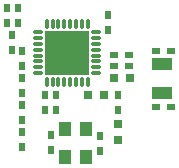
<source format=gtp>
%FSLAX24Y24*%
%MOIN*%
G70*
G01*
G75*
G04 Layer_Color=8421504*
%ADD10C,0.0080*%
%ADD11R,0.0300X0.0300*%
%ADD12R,0.0200X0.0250*%
%ADD13R,0.0300X0.0300*%
%ADD14R,0.0250X0.0200*%
%ADD15O,0.0118X0.0335*%
%ADD16O,0.0335X0.0118*%
%ADD17R,0.1457X0.1457*%
%ADD18R,0.0433X0.0472*%
%ADD19R,0.0709X0.0394*%
%ADD20C,0.0100*%
%ADD21C,0.0060*%
%ADD22C,0.0300*%
%ADD23C,0.0320*%
%ADD24C,0.0240*%
%ADD25C,0.0098*%
%ADD26C,0.0050*%
%ADD27C,0.0079*%
%ADD28C,0.0043*%
%ADD29C,0.0030*%
D11*
X3893Y2746D02*
D03*
X4433Y2746D02*
D03*
X5310Y3316D02*
D03*
X4770Y3316D02*
D03*
D12*
X4883Y2746D02*
D03*
X4883Y2246D02*
D03*
X4555Y5416D02*
D03*
X4555Y4916D02*
D03*
X2451Y2232D02*
D03*
X2451Y2732D02*
D03*
X1705Y2796D02*
D03*
X1705Y3296D02*
D03*
X1355Y4246D02*
D03*
X1355Y4746D02*
D03*
X1705Y3696D02*
D03*
X1705Y4196D02*
D03*
X1705Y996D02*
D03*
X1705Y1496D02*
D03*
X1705Y2396D02*
D03*
X1705Y1896D02*
D03*
X2831Y2226D02*
D03*
X2831Y2726D02*
D03*
X1205Y5146D02*
D03*
X1205Y5646D02*
D03*
X1555Y5146D02*
D03*
X1555Y5646D02*
D03*
X2670Y1393D02*
D03*
X2670Y893D02*
D03*
X4280Y883D02*
D03*
X4280Y1383D02*
D03*
D13*
X4883Y1226D02*
D03*
X4883Y1766D02*
D03*
D14*
X4761Y3716D02*
D03*
X5261Y3716D02*
D03*
X6651Y2336D02*
D03*
X6151Y2336D02*
D03*
X6161Y4216D02*
D03*
X6661Y4216D02*
D03*
X4761Y4056D02*
D03*
X5261Y4056D02*
D03*
D15*
X3894Y3181D02*
D03*
X3697Y3181D02*
D03*
X3500Y3181D02*
D03*
X3303Y3181D02*
D03*
X3107Y3181D02*
D03*
X2910Y3181D02*
D03*
X2713Y3181D02*
D03*
X2516Y3181D02*
D03*
X2516Y5111D02*
D03*
X2713Y5111D02*
D03*
X2910Y5111D02*
D03*
X3107Y5111D02*
D03*
X3303Y5111D02*
D03*
X3500Y5111D02*
D03*
X3697Y5111D02*
D03*
X3894Y5111D02*
D03*
D16*
X2240Y3457D02*
D03*
X2240Y3654D02*
D03*
X2240Y3851D02*
D03*
X2240Y4048D02*
D03*
X2240Y4244D02*
D03*
X2240Y4441D02*
D03*
X2240Y4638D02*
D03*
X2240Y4835D02*
D03*
X4170Y4835D02*
D03*
X4170Y4638D02*
D03*
X4170Y4441D02*
D03*
X4170Y4244D02*
D03*
X4170Y4048D02*
D03*
X4170Y3851D02*
D03*
X4170Y3654D02*
D03*
X4170Y3457D02*
D03*
D17*
X3205Y4146D02*
D03*
D18*
X3831Y1610D02*
D03*
X3131Y1610D02*
D03*
X3831Y670D02*
D03*
X3129Y670D02*
D03*
D19*
X6361Y3772D02*
D03*
X6361Y2788D02*
D03*
M02*

</source>
